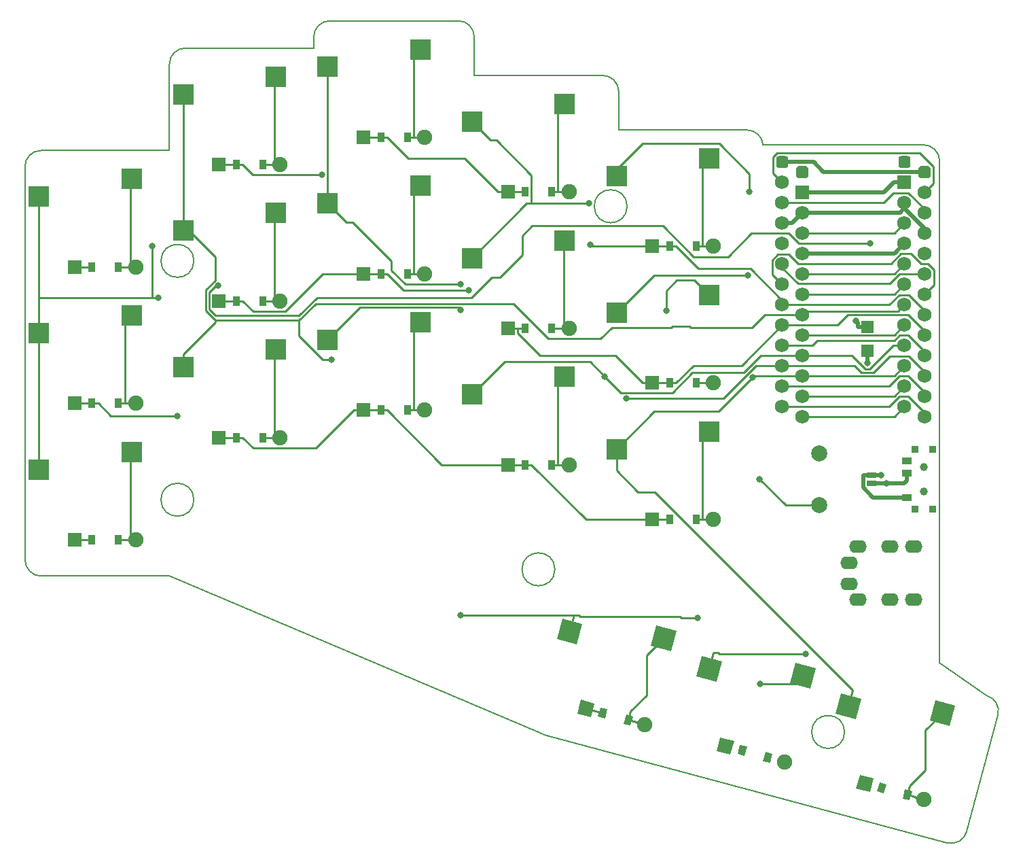
<source format=gbr>
G04 #@! TF.GenerationSoftware,KiCad,Pcbnew,5.1.5+dfsg1-2build2*
G04 #@! TF.CreationDate,2022-04-19T07:05:38+00:00*
G04 #@! TF.ProjectId,board,626f6172-642e-46b6-9963-61645f706362,v1.0.0*
G04 #@! TF.SameCoordinates,Original*
G04 #@! TF.FileFunction,Copper,L1,Top*
G04 #@! TF.FilePolarity,Positive*
%FSLAX46Y46*%
G04 Gerber Fmt 4.6, Leading zero omitted, Abs format (unit mm)*
G04 Created by KiCad (PCBNEW 5.1.5+dfsg1-2build2) date 2022-04-19 07:05:38*
%MOMM*%
%LPD*%
G04 APERTURE LIST*
G04 #@! TA.AperFunction,Profile*
%ADD10C,0.150000*%
G04 #@! TD*
G04 #@! TA.AperFunction,SMDPad,CuDef*
%ADD11R,2.600000X2.600000*%
G04 #@! TD*
G04 #@! TA.AperFunction,SMDPad,CuDef*
%ADD12R,0.900000X1.200000*%
G04 #@! TD*
G04 #@! TA.AperFunction,ComponentPad*
%ADD13C,1.905000*%
G04 #@! TD*
G04 #@! TA.AperFunction,ComponentPad*
%ADD14R,1.778000X1.778000*%
G04 #@! TD*
G04 #@! TA.AperFunction,SMDPad,CuDef*
%ADD15C,0.350000*%
G04 #@! TD*
G04 #@! TA.AperFunction,ComponentPad*
%ADD16C,0.350000*%
G04 #@! TD*
G04 #@! TA.AperFunction,ComponentPad*
%ADD17R,1.752600X1.752600*%
G04 #@! TD*
G04 #@! TA.AperFunction,ComponentPad*
%ADD18C,1.752600*%
G04 #@! TD*
G04 #@! TA.AperFunction,SMDPad,CuDef*
%ADD19R,1.500000X1.500000*%
G04 #@! TD*
G04 #@! TA.AperFunction,ComponentPad*
%ADD20O,2.200000X1.600000*%
G04 #@! TD*
G04 #@! TA.AperFunction,SMDPad,CuDef*
%ADD21R,1.143000X0.635000*%
G04 #@! TD*
G04 #@! TA.AperFunction,WasherPad*
%ADD22C,1.000000*%
G04 #@! TD*
G04 #@! TA.AperFunction,SMDPad,CuDef*
%ADD23R,1.250000X0.900000*%
G04 #@! TD*
G04 #@! TA.AperFunction,SMDPad,CuDef*
%ADD24R,0.900000X0.900000*%
G04 #@! TD*
G04 #@! TA.AperFunction,ComponentPad*
%ADD25C,2.000000*%
G04 #@! TD*
G04 #@! TA.AperFunction,ViaPad*
%ADD26C,0.800000*%
G04 #@! TD*
G04 #@! TA.AperFunction,Conductor*
%ADD27C,0.250000*%
G04 #@! TD*
G04 #@! TA.AperFunction,Conductor*
%ADD28C,0.500000*%
G04 #@! TD*
G04 APERTURE END LIST*
D10*
X10000000Y-9500000D02*
X26000000Y-9500000D01*
X8000000Y-7500000D02*
X8000000Y41500000D01*
X10000000Y-9500000D02*
G75*
G02X8000000Y-7500000I0J2000000D01*
G01*
X26000000Y43500000D02*
X10000000Y43500000D01*
X8000000Y41500000D02*
G75*
G02X10000000Y43500000I2000000J0D01*
G01*
X44000000Y56250000D02*
X28000000Y56250000D01*
X26000000Y54250000D02*
G75*
G02X28000000Y56250000I2000000J0D01*
G01*
X26000000Y54250000D02*
X26000000Y43500000D01*
X64000000Y52850000D02*
X64000000Y57650000D01*
X62000000Y59650000D02*
G75*
G02X64000000Y57650000I0J-2000000D01*
G01*
X62000000Y59650000D02*
X46000000Y59650000D01*
X44000000Y57650000D02*
G75*
G02X46000000Y59650000I2000000J0D01*
G01*
X44000000Y57650000D02*
X44000000Y56250000D01*
X82000000Y46050000D02*
X82000000Y50850000D01*
X80000000Y52850000D02*
G75*
G02X82000000Y50850000I0J-2000000D01*
G01*
X80000000Y52850000D02*
X64000000Y52850000D01*
X98000000Y46050000D02*
G75*
G02X99994367Y44200000I0J-2000000D01*
G01*
X98000000Y46050000D02*
X82000000Y46050000D01*
X72707107Y-29274745D02*
X122935250Y-42733335D01*
X72707107Y-29274745D02*
G75*
G02X72197860Y-29059141I517638J1931852D01*
G01*
X125384739Y-41319122D02*
G75*
G02X122935250Y-42733335I-1931851J517638D01*
G01*
X125384740Y-41319122D02*
X129267025Y-26830234D01*
X127852812Y-24380745D02*
G75*
G02X129267025Y-26830234I-517638J-1931851D01*
G01*
X122000000Y-20297692D02*
X127852812Y-24380745D01*
X72197860Y-29059141D02*
X26000000Y-9500000D01*
X122000000Y-20297692D02*
X122000000Y42200000D01*
X120000000Y44200000D02*
G75*
G02X122000000Y42200000I0J-2000000D01*
G01*
X120000000Y44200000D02*
X99994367Y44200000D01*
X29050000Y29750000D02*
G75*
G03X29050000Y29750000I-2050000J0D01*
G01*
X29050000Y0D02*
G75*
G03X29050000Y0I-2050000J0D01*
G01*
X83050000Y36550000D02*
G75*
G03X83050000Y36550000I-2050000J0D01*
G01*
X74050000Y-8670000D02*
G75*
G03X74050000Y-8670000I-2050000J0D01*
G01*
X110153958Y-28924179D02*
G75*
G03X110153958Y-28924179I-2050000J0D01*
G01*
D11*
G04 #@! TO.P,S1,1*
G04 #@! TO.N,pinky_bottom*
X21275000Y5950000D03*
G04 #@! TO.P,S1,2*
G04 #@! TO.N,P20*
X9725000Y3750000D03*
G04 #@! TD*
D12*
G04 #@! TO.P,D1,1*
G04 #@! TO.N,P6*
X16350000Y-5000000D03*
G04 #@! TO.P,D1,2*
G04 #@! TO.N,pinky_bottom*
X19650000Y-5000000D03*
D13*
G04 #@! TO.P,D1,1*
X21810000Y-5000000D03*
D14*
G04 #@! TO.P,D1,2*
G04 #@! TO.N,P6*
X14190000Y-5000000D03*
G04 #@! TD*
D11*
G04 #@! TO.P,S2,1*
G04 #@! TO.N,pinky_home*
X21275000Y22950000D03*
G04 #@! TO.P,S2,2*
G04 #@! TO.N,P20*
X9725000Y20750000D03*
G04 #@! TD*
D12*
G04 #@! TO.P,D2,1*
G04 #@! TO.N,P5*
X16350000Y12000000D03*
G04 #@! TO.P,D2,2*
G04 #@! TO.N,pinky_home*
X19650000Y12000000D03*
D13*
G04 #@! TO.P,D2,1*
X21810000Y12000000D03*
D14*
G04 #@! TO.P,D2,2*
G04 #@! TO.N,P5*
X14190000Y12000000D03*
G04 #@! TD*
D11*
G04 #@! TO.P,S3,1*
G04 #@! TO.N,pinky_top*
X21275000Y39950000D03*
G04 #@! TO.P,S3,2*
G04 #@! TO.N,P20*
X9725000Y37750000D03*
G04 #@! TD*
D12*
G04 #@! TO.P,D3,1*
G04 #@! TO.N,P4*
X16350000Y29000000D03*
G04 #@! TO.P,D3,2*
G04 #@! TO.N,pinky_top*
X19650000Y29000000D03*
D13*
G04 #@! TO.P,D3,1*
X21810000Y29000000D03*
D14*
G04 #@! TO.P,D3,2*
G04 #@! TO.N,P4*
X14190000Y29000000D03*
G04 #@! TD*
D11*
G04 #@! TO.P,S4,1*
G04 #@! TO.N,ring_bottom*
X39275000Y18700000D03*
G04 #@! TO.P,S4,2*
G04 #@! TO.N,P19*
X27725000Y16500000D03*
G04 #@! TD*
D12*
G04 #@! TO.P,D4,1*
G04 #@! TO.N,P6*
X34350000Y7750000D03*
G04 #@! TO.P,D4,2*
G04 #@! TO.N,ring_bottom*
X37650000Y7750000D03*
D13*
G04 #@! TO.P,D4,1*
X39810000Y7750000D03*
D14*
G04 #@! TO.P,D4,2*
G04 #@! TO.N,P6*
X32190000Y7750000D03*
G04 #@! TD*
D11*
G04 #@! TO.P,S5,1*
G04 #@! TO.N,ring_home*
X39275000Y35700000D03*
G04 #@! TO.P,S5,2*
G04 #@! TO.N,P19*
X27725000Y33500000D03*
G04 #@! TD*
D12*
G04 #@! TO.P,D5,1*
G04 #@! TO.N,P5*
X34350000Y24750000D03*
G04 #@! TO.P,D5,2*
G04 #@! TO.N,ring_home*
X37650000Y24750000D03*
D13*
G04 #@! TO.P,D5,1*
X39810000Y24750000D03*
D14*
G04 #@! TO.P,D5,2*
G04 #@! TO.N,P5*
X32190000Y24750000D03*
G04 #@! TD*
D11*
G04 #@! TO.P,S6,1*
G04 #@! TO.N,ring_top*
X39275000Y52700000D03*
G04 #@! TO.P,S6,2*
G04 #@! TO.N,P19*
X27725000Y50500000D03*
G04 #@! TD*
D12*
G04 #@! TO.P,D6,1*
G04 #@! TO.N,P4*
X34350000Y41750000D03*
G04 #@! TO.P,D6,2*
G04 #@! TO.N,ring_top*
X37650000Y41750000D03*
D13*
G04 #@! TO.P,D6,1*
X39810000Y41750000D03*
D14*
G04 #@! TO.P,D6,2*
G04 #@! TO.N,P4*
X32190000Y41750000D03*
G04 #@! TD*
D11*
G04 #@! TO.P,S7,1*
G04 #@! TO.N,middle_bottom*
X57275000Y22100000D03*
G04 #@! TO.P,S7,2*
G04 #@! TO.N,P18*
X45725000Y19900000D03*
G04 #@! TD*
D12*
G04 #@! TO.P,D7,1*
G04 #@! TO.N,P6*
X52350000Y11150000D03*
G04 #@! TO.P,D7,2*
G04 #@! TO.N,middle_bottom*
X55650000Y11150000D03*
D13*
G04 #@! TO.P,D7,1*
X57810000Y11150000D03*
D14*
G04 #@! TO.P,D7,2*
G04 #@! TO.N,P6*
X50190000Y11150000D03*
G04 #@! TD*
D11*
G04 #@! TO.P,S8,1*
G04 #@! TO.N,middle_home*
X57275000Y39100000D03*
G04 #@! TO.P,S8,2*
G04 #@! TO.N,P18*
X45725000Y36900000D03*
G04 #@! TD*
D12*
G04 #@! TO.P,D8,1*
G04 #@! TO.N,P5*
X52350000Y28150000D03*
G04 #@! TO.P,D8,2*
G04 #@! TO.N,middle_home*
X55650000Y28150000D03*
D13*
G04 #@! TO.P,D8,1*
X57810000Y28150000D03*
D14*
G04 #@! TO.P,D8,2*
G04 #@! TO.N,P5*
X50190000Y28150000D03*
G04 #@! TD*
D11*
G04 #@! TO.P,S9,1*
G04 #@! TO.N,middle_top*
X57275000Y56100000D03*
G04 #@! TO.P,S9,2*
G04 #@! TO.N,P18*
X45725000Y53900000D03*
G04 #@! TD*
D12*
G04 #@! TO.P,D9,1*
G04 #@! TO.N,P4*
X52350000Y45150000D03*
G04 #@! TO.P,D9,2*
G04 #@! TO.N,middle_top*
X55650000Y45150000D03*
D13*
G04 #@! TO.P,D9,1*
X57810000Y45150000D03*
D14*
G04 #@! TO.P,D9,2*
G04 #@! TO.N,P4*
X50190000Y45150000D03*
G04 #@! TD*
D11*
G04 #@! TO.P,S10,1*
G04 #@! TO.N,index_bottom*
X75275000Y15300000D03*
G04 #@! TO.P,S10,2*
G04 #@! TO.N,P15*
X63725000Y13100000D03*
G04 #@! TD*
D12*
G04 #@! TO.P,D10,1*
G04 #@! TO.N,P6*
X70350000Y4350000D03*
G04 #@! TO.P,D10,2*
G04 #@! TO.N,index_bottom*
X73650000Y4350000D03*
D13*
G04 #@! TO.P,D10,1*
X75810000Y4350000D03*
D14*
G04 #@! TO.P,D10,2*
G04 #@! TO.N,P6*
X68190000Y4350000D03*
G04 #@! TD*
D11*
G04 #@! TO.P,S11,1*
G04 #@! TO.N,index_home*
X75275000Y32300000D03*
G04 #@! TO.P,S11,2*
G04 #@! TO.N,P15*
X63725000Y30100000D03*
G04 #@! TD*
D12*
G04 #@! TO.P,D11,1*
G04 #@! TO.N,P5*
X70350000Y21350000D03*
G04 #@! TO.P,D11,2*
G04 #@! TO.N,index_home*
X73650000Y21350000D03*
D13*
G04 #@! TO.P,D11,1*
X75810000Y21350000D03*
D14*
G04 #@! TO.P,D11,2*
G04 #@! TO.N,P5*
X68190000Y21350000D03*
G04 #@! TD*
D11*
G04 #@! TO.P,S12,1*
G04 #@! TO.N,index_top*
X75275000Y49300000D03*
G04 #@! TO.P,S12,2*
G04 #@! TO.N,P15*
X63725000Y47100000D03*
G04 #@! TD*
D12*
G04 #@! TO.P,D12,1*
G04 #@! TO.N,P4*
X70350000Y38350000D03*
G04 #@! TO.P,D12,2*
G04 #@! TO.N,index_top*
X73650000Y38350000D03*
D13*
G04 #@! TO.P,D12,1*
X75810000Y38350000D03*
D14*
G04 #@! TO.P,D12,2*
G04 #@! TO.N,P4*
X68190000Y38350000D03*
G04 #@! TD*
D11*
G04 #@! TO.P,S13,1*
G04 #@! TO.N,inner_bottom*
X93275000Y8500000D03*
G04 #@! TO.P,S13,2*
G04 #@! TO.N,P14*
X81725000Y6300000D03*
G04 #@! TD*
D12*
G04 #@! TO.P,D13,1*
G04 #@! TO.N,P6*
X88350000Y-2450000D03*
G04 #@! TO.P,D13,2*
G04 #@! TO.N,inner_bottom*
X91650000Y-2450000D03*
D13*
G04 #@! TO.P,D13,1*
X93810000Y-2450000D03*
D14*
G04 #@! TO.P,D13,2*
G04 #@! TO.N,P6*
X86190000Y-2450000D03*
G04 #@! TD*
D11*
G04 #@! TO.P,S14,1*
G04 #@! TO.N,inner_home*
X93275000Y25500000D03*
G04 #@! TO.P,S14,2*
G04 #@! TO.N,P14*
X81725000Y23300000D03*
G04 #@! TD*
D12*
G04 #@! TO.P,D14,1*
G04 #@! TO.N,P5*
X88350000Y14550000D03*
G04 #@! TO.P,D14,2*
G04 #@! TO.N,inner_home*
X91650000Y14550000D03*
D13*
G04 #@! TO.P,D14,1*
X93810000Y14550000D03*
D14*
G04 #@! TO.P,D14,2*
G04 #@! TO.N,P5*
X86190000Y14550000D03*
G04 #@! TD*
D11*
G04 #@! TO.P,S15,1*
G04 #@! TO.N,inner_top*
X93275000Y42500000D03*
G04 #@! TO.P,S15,2*
G04 #@! TO.N,P14*
X81725000Y40300000D03*
G04 #@! TD*
D12*
G04 #@! TO.P,D15,1*
G04 #@! TO.N,P4*
X88350000Y31550000D03*
G04 #@! TO.P,D15,2*
G04 #@! TO.N,inner_top*
X91650000Y31550000D03*
D13*
G04 #@! TO.P,D15,1*
X93810000Y31550000D03*
D14*
G04 #@! TO.P,D15,2*
G04 #@! TO.N,P4*
X86190000Y31550000D03*
G04 #@! TD*
G04 #@! TA.AperFunction,SMDPad,CuDef*
D15*
G04 #@! TO.P,S16,1*
G04 #@! TO.N,near_thumb*
G36*
X86004512Y-18188613D02*
G01*
X86677441Y-15677206D01*
X89188848Y-16350135D01*
X88515919Y-18861542D01*
X86004512Y-18188613D01*
G37*
G04 #@! TD.AperFunction*
G04 #@! TA.AperFunction,SMDPad,CuDef*
G04 #@! TO.P,S16,2*
G04 #@! TO.N,P18*
G36*
X74278667Y-17324290D02*
G01*
X74951596Y-14812883D01*
X77463003Y-15485812D01*
X76790074Y-17997219D01*
X74278667Y-17324290D01*
G37*
G04 #@! TD.AperFunction*
G04 #@! TD*
G04 #@! TA.AperFunction,SMDPad,CuDef*
G04 #@! TO.P,D16,1*
G04 #@! TO.N,P7*
G36*
X79415464Y-27034637D02*
G01*
X79726047Y-25875526D01*
X80595380Y-26108463D01*
X80284797Y-27267574D01*
X79415464Y-27034637D01*
G37*
G04 #@! TD.AperFunction*
G04 #@! TA.AperFunction,SMDPad,CuDef*
G04 #@! TO.P,D16,2*
G04 #@! TO.N,near_thumb*
G36*
X82603020Y-27888737D02*
G01*
X82913603Y-26729626D01*
X83782936Y-26962563D01*
X83472353Y-28121674D01*
X82603020Y-27888737D01*
G37*
G04 #@! TD.AperFunction*
D13*
G04 #@! TO.P,D16,1*
X85279377Y-27984702D03*
G04 #@! TA.AperFunction,ComponentPad*
D16*
G04 #@! TO.P,D16,2*
G04 #@! TO.N,P7*
G36*
X76830225Y-26641116D02*
G01*
X77290405Y-24923700D01*
X79007821Y-25383880D01*
X78547641Y-27101296D01*
X76830225Y-26641116D01*
G37*
G04 #@! TD.AperFunction*
G04 #@! TD*
G04 #@! TA.AperFunction,SMDPad,CuDef*
D15*
G04 #@! TO.P,S17,1*
G04 #@! TO.N,home_thumb*
G36*
X103391212Y-22847313D02*
G01*
X104064141Y-20335906D01*
X106575548Y-21008835D01*
X105902619Y-23520242D01*
X103391212Y-22847313D01*
G37*
G04 #@! TD.AperFunction*
G04 #@! TA.AperFunction,SMDPad,CuDef*
G04 #@! TO.P,S17,2*
G04 #@! TO.N,P15*
G36*
X91665367Y-21982990D02*
G01*
X92338296Y-19471583D01*
X94849703Y-20144512D01*
X94176774Y-22655919D01*
X91665367Y-21982990D01*
G37*
G04 #@! TD.AperFunction*
G04 #@! TD*
G04 #@! TA.AperFunction,SMDPad,CuDef*
G04 #@! TO.P,D17,1*
G04 #@! TO.N,P7*
G36*
X96802164Y-31693437D02*
G01*
X97112747Y-30534326D01*
X97982080Y-30767263D01*
X97671497Y-31926374D01*
X96802164Y-31693437D01*
G37*
G04 #@! TD.AperFunction*
G04 #@! TA.AperFunction,SMDPad,CuDef*
G04 #@! TO.P,D17,2*
G04 #@! TO.N,home_thumb*
G36*
X99989720Y-32547537D02*
G01*
X100300303Y-31388426D01*
X101169636Y-31621363D01*
X100859053Y-32780474D01*
X99989720Y-32547537D01*
G37*
G04 #@! TD.AperFunction*
D13*
G04 #@! TO.P,D17,1*
X102666077Y-32643502D03*
G04 #@! TA.AperFunction,ComponentPad*
D16*
G04 #@! TO.P,D17,2*
G04 #@! TO.N,P7*
G36*
X94216925Y-31299916D02*
G01*
X94677105Y-29582500D01*
X96394521Y-30042680D01*
X95934341Y-31760096D01*
X94216925Y-31299916D01*
G37*
G04 #@! TD.AperFunction*
G04 #@! TD*
G04 #@! TA.AperFunction,SMDPad,CuDef*
D15*
G04 #@! TO.P,S18,1*
G04 #@! TO.N,far_thumb*
G36*
X120778212Y-27506113D02*
G01*
X121451141Y-24994706D01*
X123962548Y-25667635D01*
X123289619Y-28179042D01*
X120778212Y-27506113D01*
G37*
G04 #@! TD.AperFunction*
G04 #@! TA.AperFunction,SMDPad,CuDef*
G04 #@! TO.P,S18,2*
G04 #@! TO.N,P14*
G36*
X109052367Y-26641790D02*
G01*
X109725296Y-24130383D01*
X112236703Y-24803312D01*
X111563774Y-27314719D01*
X109052367Y-26641790D01*
G37*
G04 #@! TD.AperFunction*
G04 #@! TD*
G04 #@! TA.AperFunction,SMDPad,CuDef*
G04 #@! TO.P,D18,1*
G04 #@! TO.N,P7*
G36*
X114189264Y-36352137D02*
G01*
X114499847Y-35193026D01*
X115369180Y-35425963D01*
X115058597Y-36585074D01*
X114189264Y-36352137D01*
G37*
G04 #@! TD.AperFunction*
G04 #@! TA.AperFunction,SMDPad,CuDef*
G04 #@! TO.P,D18,2*
G04 #@! TO.N,far_thumb*
G36*
X117376820Y-37206237D02*
G01*
X117687403Y-36047126D01*
X118556736Y-36280063D01*
X118246153Y-37439174D01*
X117376820Y-37206237D01*
G37*
G04 #@! TD.AperFunction*
D13*
G04 #@! TO.P,D18,1*
X120053177Y-37302202D03*
G04 #@! TA.AperFunction,ComponentPad*
D16*
G04 #@! TO.P,D18,2*
G04 #@! TO.N,P7*
G36*
X111604025Y-35958616D02*
G01*
X112064205Y-34241200D01*
X113781621Y-34701380D01*
X113321441Y-36418796D01*
X111604025Y-35958616D01*
G37*
G04 #@! TD.AperFunction*
G04 #@! TD*
D17*
G04 #@! TO.P,MCU1,1*
G04 #@! TO.N,RAW*
X117620000Y39520000D03*
D18*
G04 #@! TO.P,MCU1,2*
G04 #@! TO.N,GND*
X117620000Y36980000D03*
G04 #@! TO.P,MCU1,3*
G04 #@! TO.N,RST*
X117620000Y34440000D03*
G04 #@! TO.P,MCU1,4*
G04 #@! TO.N,VCC*
X117620000Y31900000D03*
G04 #@! TO.P,MCU1,5*
G04 #@! TO.N,P21*
X117620000Y29360000D03*
G04 #@! TO.P,MCU1,6*
G04 #@! TO.N,P20*
X117620000Y26820000D03*
G04 #@! TO.P,MCU1,7*
G04 #@! TO.N,P19*
X117620000Y24280000D03*
G04 #@! TO.P,MCU1,8*
G04 #@! TO.N,P18*
X117620000Y21740000D03*
G04 #@! TO.P,MCU1,9*
G04 #@! TO.N,P15*
X117620000Y19200000D03*
G04 #@! TO.P,MCU1,10*
G04 #@! TO.N,P14*
X117620000Y16660000D03*
G04 #@! TO.P,MCU1,11*
G04 #@! TO.N,P16*
X117620000Y14120000D03*
G04 #@! TO.P,MCU1,12*
G04 #@! TO.N,P10*
X117620000Y11580000D03*
G04 #@! TO.P,MCU1,13*
G04 #@! TO.N,P1*
X102380000Y39520000D03*
G04 #@! TO.P,MCU1,14*
G04 #@! TO.N,P0*
X102380000Y36980000D03*
G04 #@! TO.P,MCU1,15*
G04 #@! TO.N,GND*
X102380000Y34440000D03*
G04 #@! TO.P,MCU1,16*
X102380000Y31900000D03*
G04 #@! TO.P,MCU1,17*
G04 #@! TO.N,P2*
X102380000Y29360000D03*
G04 #@! TO.P,MCU1,18*
G04 #@! TO.N,P3*
X102380000Y26820000D03*
G04 #@! TO.P,MCU1,19*
G04 #@! TO.N,P4*
X102380000Y24280000D03*
G04 #@! TO.P,MCU1,20*
G04 #@! TO.N,P5*
X102380000Y21740000D03*
G04 #@! TO.P,MCU1,21*
G04 #@! TO.N,P6*
X102380000Y19200000D03*
G04 #@! TO.P,MCU1,22*
G04 #@! TO.N,P7*
X102380000Y16660000D03*
G04 #@! TO.P,MCU1,23*
G04 #@! TO.N,P8*
X102380000Y14120000D03*
G04 #@! TO.P,MCU1,24*
G04 #@! TO.N,P9*
X102380000Y11580000D03*
G04 #@! TA.AperFunction,ComponentPad*
D16*
G04 #@! TO.P,MCU1,25*
G04 #@! TO.N,Bplus*
G36*
X118031756Y42808194D02*
G01*
X118068159Y42802794D01*
X118103857Y42793853D01*
X118138506Y42781455D01*
X118171774Y42765720D01*
X118203339Y42746801D01*
X118232897Y42724879D01*
X118260165Y42700165D01*
X118284879Y42672897D01*
X118306801Y42643339D01*
X118325720Y42611774D01*
X118341455Y42578506D01*
X118353853Y42543857D01*
X118362794Y42508159D01*
X118368194Y42471756D01*
X118370000Y42435000D01*
X118370000Y41685000D01*
X118368194Y41648244D01*
X118362794Y41611841D01*
X118353853Y41576143D01*
X118341455Y41541494D01*
X118325720Y41508226D01*
X118306801Y41476661D01*
X118284879Y41447103D01*
X118260165Y41419835D01*
X118232897Y41395121D01*
X118203339Y41373199D01*
X118171774Y41354280D01*
X118138506Y41338545D01*
X118103857Y41326147D01*
X118068159Y41317206D01*
X118031756Y41311806D01*
X117995000Y41310000D01*
X117245000Y41310000D01*
X117208244Y41311806D01*
X117171841Y41317206D01*
X117136143Y41326147D01*
X117101494Y41338545D01*
X117068226Y41354280D01*
X117036661Y41373199D01*
X117007103Y41395121D01*
X116979835Y41419835D01*
X116955121Y41447103D01*
X116933199Y41476661D01*
X116914280Y41508226D01*
X116898545Y41541494D01*
X116886147Y41576143D01*
X116877206Y41611841D01*
X116871806Y41648244D01*
X116870000Y41685000D01*
X116870000Y42435000D01*
X116871806Y42471756D01*
X116877206Y42508159D01*
X116886147Y42543857D01*
X116898545Y42578506D01*
X116914280Y42611774D01*
X116933199Y42643339D01*
X116955121Y42672897D01*
X116979835Y42700165D01*
X117007103Y42724879D01*
X117036661Y42746801D01*
X117068226Y42765720D01*
X117101494Y42781455D01*
X117136143Y42793853D01*
X117171841Y42802794D01*
X117208244Y42808194D01*
X117245000Y42810000D01*
X117995000Y42810000D01*
X118031756Y42808194D01*
G37*
G04 #@! TD.AperFunction*
G04 #@! TA.AperFunction,ComponentPad*
G04 #@! TO.N,Bminus*
G36*
X102791756Y42808194D02*
G01*
X102828159Y42802794D01*
X102863857Y42793853D01*
X102898506Y42781455D01*
X102931774Y42765720D01*
X102963339Y42746801D01*
X102992897Y42724879D01*
X103020165Y42700165D01*
X103044879Y42672897D01*
X103066801Y42643339D01*
X103085720Y42611774D01*
X103101455Y42578506D01*
X103113853Y42543857D01*
X103122794Y42508159D01*
X103128194Y42471756D01*
X103130000Y42435000D01*
X103130000Y41685000D01*
X103128194Y41648244D01*
X103122794Y41611841D01*
X103113853Y41576143D01*
X103101455Y41541494D01*
X103085720Y41508226D01*
X103066801Y41476661D01*
X103044879Y41447103D01*
X103020165Y41419835D01*
X102992897Y41395121D01*
X102963339Y41373199D01*
X102931774Y41354280D01*
X102898506Y41338545D01*
X102863857Y41326147D01*
X102828159Y41317206D01*
X102791756Y41311806D01*
X102755000Y41310000D01*
X102005000Y41310000D01*
X101968244Y41311806D01*
X101931841Y41317206D01*
X101896143Y41326147D01*
X101861494Y41338545D01*
X101828226Y41354280D01*
X101796661Y41373199D01*
X101767103Y41395121D01*
X101739835Y41419835D01*
X101715121Y41447103D01*
X101693199Y41476661D01*
X101674280Y41508226D01*
X101658545Y41541494D01*
X101646147Y41576143D01*
X101637206Y41611841D01*
X101631806Y41648244D01*
X101630000Y41685000D01*
X101630000Y42435000D01*
X101631806Y42471756D01*
X101637206Y42508159D01*
X101646147Y42543857D01*
X101658545Y42578506D01*
X101674280Y42611774D01*
X101693199Y42643339D01*
X101715121Y42672897D01*
X101739835Y42700165D01*
X101767103Y42724879D01*
X101796661Y42746801D01*
X101828226Y42765720D01*
X101861494Y42781455D01*
X101896143Y42793853D01*
X101931841Y42802794D01*
X101968244Y42808194D01*
X102005000Y42810000D01*
X102755000Y42810000D01*
X102791756Y42808194D01*
G37*
G04 #@! TD.AperFunction*
G04 #@! TD*
D17*
G04 #@! TO.P,MCU2,1*
G04 #@! TO.N,RAW*
X104880000Y38270000D03*
D18*
G04 #@! TO.P,MCU2,2*
G04 #@! TO.N,GND*
X104880000Y35730000D03*
G04 #@! TO.P,MCU2,3*
G04 #@! TO.N,RST*
X104880000Y33190000D03*
G04 #@! TO.P,MCU2,4*
G04 #@! TO.N,VCC*
X104880000Y30650000D03*
G04 #@! TO.P,MCU2,5*
G04 #@! TO.N,P21*
X104880000Y28110000D03*
G04 #@! TO.P,MCU2,6*
G04 #@! TO.N,P20*
X104880000Y25570000D03*
G04 #@! TO.P,MCU2,7*
G04 #@! TO.N,P19*
X104880000Y23030000D03*
G04 #@! TO.P,MCU2,8*
G04 #@! TO.N,P18*
X104880000Y20490000D03*
G04 #@! TO.P,MCU2,9*
G04 #@! TO.N,P15*
X104880000Y17950000D03*
G04 #@! TO.P,MCU2,10*
G04 #@! TO.N,P14*
X104880000Y15410000D03*
G04 #@! TO.P,MCU2,11*
G04 #@! TO.N,P16*
X104880000Y12870000D03*
G04 #@! TO.P,MCU2,12*
G04 #@! TO.N,P10*
X104880000Y10330000D03*
G04 #@! TO.P,MCU2,13*
G04 #@! TO.N,P1*
X120120000Y38270000D03*
G04 #@! TO.P,MCU2,14*
G04 #@! TO.N,P0*
X120120000Y35730000D03*
G04 #@! TO.P,MCU2,15*
G04 #@! TO.N,GND*
X120120000Y33190000D03*
G04 #@! TO.P,MCU2,16*
X120120000Y30650000D03*
G04 #@! TO.P,MCU2,17*
G04 #@! TO.N,P2*
X120120000Y28110000D03*
G04 #@! TO.P,MCU2,18*
G04 #@! TO.N,P3*
X120120000Y25570000D03*
G04 #@! TO.P,MCU2,19*
G04 #@! TO.N,P4*
X120120000Y23030000D03*
G04 #@! TO.P,MCU2,20*
G04 #@! TO.N,P5*
X120120000Y20490000D03*
G04 #@! TO.P,MCU2,21*
G04 #@! TO.N,P6*
X120120000Y17950000D03*
G04 #@! TO.P,MCU2,22*
G04 #@! TO.N,P7*
X120120000Y15410000D03*
G04 #@! TO.P,MCU2,23*
G04 #@! TO.N,P8*
X120120000Y12870000D03*
G04 #@! TO.P,MCU2,24*
G04 #@! TO.N,P9*
X120120000Y10330000D03*
G04 #@! TA.AperFunction,ComponentPad*
D16*
G04 #@! TO.P,MCU2,25*
G04 #@! TO.N,Bplus*
G36*
X105291756Y41558194D02*
G01*
X105328159Y41552794D01*
X105363857Y41543853D01*
X105398506Y41531455D01*
X105431774Y41515720D01*
X105463339Y41496801D01*
X105492897Y41474879D01*
X105520165Y41450165D01*
X105544879Y41422897D01*
X105566801Y41393339D01*
X105585720Y41361774D01*
X105601455Y41328506D01*
X105613853Y41293857D01*
X105622794Y41258159D01*
X105628194Y41221756D01*
X105630000Y41185000D01*
X105630000Y40435000D01*
X105628194Y40398244D01*
X105622794Y40361841D01*
X105613853Y40326143D01*
X105601455Y40291494D01*
X105585720Y40258226D01*
X105566801Y40226661D01*
X105544879Y40197103D01*
X105520165Y40169835D01*
X105492897Y40145121D01*
X105463339Y40123199D01*
X105431774Y40104280D01*
X105398506Y40088545D01*
X105363857Y40076147D01*
X105328159Y40067206D01*
X105291756Y40061806D01*
X105255000Y40060000D01*
X104505000Y40060000D01*
X104468244Y40061806D01*
X104431841Y40067206D01*
X104396143Y40076147D01*
X104361494Y40088545D01*
X104328226Y40104280D01*
X104296661Y40123199D01*
X104267103Y40145121D01*
X104239835Y40169835D01*
X104215121Y40197103D01*
X104193199Y40226661D01*
X104174280Y40258226D01*
X104158545Y40291494D01*
X104146147Y40326143D01*
X104137206Y40361841D01*
X104131806Y40398244D01*
X104130000Y40435000D01*
X104130000Y41185000D01*
X104131806Y41221756D01*
X104137206Y41258159D01*
X104146147Y41293857D01*
X104158545Y41328506D01*
X104174280Y41361774D01*
X104193199Y41393339D01*
X104215121Y41422897D01*
X104239835Y41450165D01*
X104267103Y41474879D01*
X104296661Y41496801D01*
X104328226Y41515720D01*
X104361494Y41531455D01*
X104396143Y41543853D01*
X104431841Y41552794D01*
X104468244Y41558194D01*
X104505000Y41560000D01*
X105255000Y41560000D01*
X105291756Y41558194D01*
G37*
G04 #@! TD.AperFunction*
G04 #@! TA.AperFunction,ComponentPad*
G04 #@! TO.N,Bminus*
G36*
X120531756Y41558194D02*
G01*
X120568159Y41552794D01*
X120603857Y41543853D01*
X120638506Y41531455D01*
X120671774Y41515720D01*
X120703339Y41496801D01*
X120732897Y41474879D01*
X120760165Y41450165D01*
X120784879Y41422897D01*
X120806801Y41393339D01*
X120825720Y41361774D01*
X120841455Y41328506D01*
X120853853Y41293857D01*
X120862794Y41258159D01*
X120868194Y41221756D01*
X120870000Y41185000D01*
X120870000Y40435000D01*
X120868194Y40398244D01*
X120862794Y40361841D01*
X120853853Y40326143D01*
X120841455Y40291494D01*
X120825720Y40258226D01*
X120806801Y40226661D01*
X120784879Y40197103D01*
X120760165Y40169835D01*
X120732897Y40145121D01*
X120703339Y40123199D01*
X120671774Y40104280D01*
X120638506Y40088545D01*
X120603857Y40076147D01*
X120568159Y40067206D01*
X120531756Y40061806D01*
X120495000Y40060000D01*
X119745000Y40060000D01*
X119708244Y40061806D01*
X119671841Y40067206D01*
X119636143Y40076147D01*
X119601494Y40088545D01*
X119568226Y40104280D01*
X119536661Y40123199D01*
X119507103Y40145121D01*
X119479835Y40169835D01*
X119455121Y40197103D01*
X119433199Y40226661D01*
X119414280Y40258226D01*
X119398545Y40291494D01*
X119386147Y40326143D01*
X119377206Y40361841D01*
X119371806Y40398244D01*
X119370000Y40435000D01*
X119370000Y41185000D01*
X119371806Y41221756D01*
X119377206Y41258159D01*
X119386147Y41293857D01*
X119398545Y41328506D01*
X119414280Y41361774D01*
X119433199Y41393339D01*
X119455121Y41422897D01*
X119479835Y41450165D01*
X119507103Y41474879D01*
X119536661Y41496801D01*
X119568226Y41515720D01*
X119601494Y41531455D01*
X119636143Y41543853D01*
X119671841Y41552794D01*
X119708244Y41558194D01*
X119745000Y41560000D01*
X120495000Y41560000D01*
X120531756Y41558194D01*
G37*
G04 #@! TD.AperFunction*
G04 #@! TD*
D19*
G04 #@! TO.P,PAD1,1*
G04 #@! TO.N,Braw*
X113000000Y18550000D03*
G04 #@! TD*
G04 #@! TO.P,PAD2,1*
G04 #@! TO.N,Bminus*
X113000000Y21550000D03*
G04 #@! TD*
D20*
G04 #@! TO.P,TRRS1,1*
G04 #@! TO.N,N/C*
X110700000Y-7850000D03*
G04 #@! TO.P,TRRS1,2*
G04 #@! TO.N,VCC*
X111800000Y-12450000D03*
G04 #@! TO.P,TRRS1,3*
G04 #@! TO.N,GND*
X115800000Y-12450000D03*
G04 #@! TO.P,TRRS1,4*
G04 #@! TO.N,P0*
X118800000Y-12450000D03*
G04 #@! TD*
G04 #@! TO.P,TRRS2,1*
G04 #@! TO.N,N/C*
X110700000Y-10450000D03*
G04 #@! TO.P,TRRS2,2*
G04 #@! TO.N,VCC*
X111800000Y-5850000D03*
G04 #@! TO.P,TRRS2,3*
G04 #@! TO.N,GND*
X115800000Y-5850000D03*
G04 #@! TO.P,TRRS2,4*
G04 #@! TO.N,P0*
X118800000Y-5850000D03*
G04 #@! TD*
D21*
G04 #@! TO.P,J2,1*
G04 #@! TO.N,Braw*
X113500000Y3050380D03*
G04 #@! TO.P,J2,2*
G04 #@! TO.N,Bplus*
X113500000Y2049620D03*
G04 #@! TD*
D22*
G04 #@! TO.P,T1,*
G04 #@! TO.N,*
X120000000Y1050000D03*
X120000000Y4050000D03*
D23*
G04 #@! TO.P,T1,1*
G04 #@! TO.N,Braw*
X117925000Y300000D03*
G04 #@! TO.P,T1,2*
G04 #@! TO.N,Bplus*
X117925000Y3300000D03*
G04 #@! TO.P,T1,3*
G04 #@! TO.N,N/C*
X117925000Y4800000D03*
D24*
G04 #@! TO.P,T1,*
G04 #@! TO.N,*
X121100000Y-1150000D03*
X118900000Y-1150000D03*
X118900000Y6250000D03*
X121100000Y6250000D03*
G04 #@! TD*
D22*
G04 #@! TO.P,T2,*
G04 #@! TO.N,*
X120000000Y1050000D03*
X120000000Y4050000D03*
G04 #@! TD*
D25*
G04 #@! TO.P,B1,2*
G04 #@! TO.N,GND*
X107000000Y5800000D03*
G04 #@! TO.P,B1,1*
G04 #@! TO.N,RST*
X107000000Y-700000D03*
G04 #@! TD*
D26*
G04 #@! TO.N,P20*
X23886900Y31579800D03*
X32071300Y26645100D03*
X113327500Y31920000D03*
X24608200Y25180500D03*
G04 #@! TO.N,P5*
X26951300Y10399200D03*
X63286400Y26105600D03*
G04 #@! TO.N,P4*
X45000000Y40461600D03*
X78491600Y31782100D03*
G04 #@! TO.N,P19*
X46202000Y17460800D03*
G04 #@! TO.N,P18*
X62275000Y23664900D03*
X62275000Y-14414400D03*
X62275000Y26842500D03*
X91856900Y-14715200D03*
G04 #@! TO.N,P15*
X80275000Y15360800D03*
X78329800Y36908600D03*
X105273100Y-19235600D03*
G04 #@! TO.N,P14*
X98130900Y27984400D03*
X98740200Y15290000D03*
X98275000Y38395400D03*
G04 #@! TO.N,inner_home*
X87921700Y23567400D03*
G04 #@! TO.N,P7*
X82918700Y12602000D03*
G04 #@! TO.N,home_thumb*
X99608900Y-22905800D03*
G04 #@! TO.N,RST*
X99571000Y2568100D03*
G04 #@! TO.N,Bplus*
X115350000Y2049600D03*
G04 #@! TO.N,Bminus*
X111594800Y22243800D03*
G04 #@! TO.N,Braw*
X114698600Y3050400D03*
X113001800Y17060800D03*
G04 #@! TD*
D27*
G04 #@! TO.N,pinky_bottom*
X21159300Y-5000000D02*
X19650000Y-5000000D01*
X21810000Y-5000000D02*
X21159300Y-5000000D01*
X21159300Y-5000000D02*
X21159300Y5834300D01*
X21159300Y5834300D02*
X21275000Y5950000D01*
G04 #@! TO.N,P20*
X23886900Y25180500D02*
X24608200Y25180500D01*
X9725000Y25180500D02*
X23886900Y25180500D01*
X23886900Y25180500D02*
X23886900Y31579800D01*
X32071300Y26645100D02*
X31815400Y26645100D01*
X31815400Y26645100D02*
X30975600Y25805300D01*
X30975600Y25805300D02*
X30975600Y23701800D01*
X30975600Y23701800D02*
X31739000Y22938400D01*
X31739000Y22938400D02*
X42152900Y22938400D01*
X42152900Y22938400D02*
X44388200Y25173700D01*
X44388200Y25173700D02*
X63612200Y25173700D01*
X63612200Y25173700D02*
X66147300Y27708800D01*
X66147300Y27708800D02*
X67204700Y27708800D01*
X67204700Y27708800D02*
X69956200Y30460300D01*
X69956200Y30460300D02*
X69956200Y32893200D01*
X69956200Y32893200D02*
X71188400Y34125400D01*
X71188400Y34125400D02*
X87505900Y34125400D01*
X87505900Y34125400D02*
X91359200Y30272100D01*
X91359200Y30272100D02*
X95629500Y30272100D01*
X95629500Y30272100D02*
X98527400Y33170000D01*
X98527400Y33170000D02*
X103169100Y33170000D01*
X103169100Y33170000D02*
X104419100Y31920000D01*
X104419100Y31920000D02*
X113327500Y31920000D01*
X9725000Y25180500D02*
X9725000Y20750000D01*
X9725000Y37750000D02*
X9725000Y25180500D01*
X9725000Y20750000D02*
X9725000Y3750000D01*
X104880000Y25570000D02*
X116370000Y25570000D01*
X116370000Y25570000D02*
X117620000Y26820000D01*
G04 #@! TO.N,P6*
X50190000Y11150000D02*
X48975700Y11150000D01*
X48975700Y11150000D02*
X44229900Y6404200D01*
X44229900Y6404200D02*
X36471100Y6404200D01*
X36471100Y6404200D02*
X35125300Y7750000D01*
X52350000Y11150000D02*
X50190000Y11150000D01*
X34350000Y7750000D02*
X35125300Y7750000D01*
X14190000Y-5000000D02*
X16350000Y-5000000D01*
X32190000Y7750000D02*
X34350000Y7750000D01*
X52350000Y11150000D02*
X53125300Y11150000D01*
X68190000Y4350000D02*
X59925300Y4350000D01*
X59925300Y4350000D02*
X53125300Y11150000D01*
X70350000Y4350000D02*
X68190000Y4350000D01*
X70350000Y4350000D02*
X71125300Y4350000D01*
X86190000Y-2450000D02*
X77925300Y-2450000D01*
X77925300Y-2450000D02*
X71125300Y4350000D01*
X88350000Y-2450000D02*
X86190000Y-2450000D01*
X102380000Y19200000D02*
X106130000Y19200000D01*
X106130000Y19200000D02*
X106782000Y19852000D01*
X106782000Y19852000D02*
X116368900Y19852000D01*
X116368900Y19852000D02*
X116986900Y20470000D01*
X116986900Y20470000D02*
X118081000Y20470000D01*
X118081000Y20470000D02*
X120120000Y18431000D01*
X120120000Y18431000D02*
X120120000Y17950000D01*
G04 #@! TO.N,pinky_home*
X21810000Y12000000D02*
X20425300Y12000000D01*
X19650000Y12000000D02*
X20425300Y12000000D01*
X21275000Y22950000D02*
X20425300Y22100300D01*
X20425300Y22100300D02*
X20425300Y12000000D01*
G04 #@! TO.N,P5*
X53125300Y28150000D02*
X55169700Y26105600D01*
X55169700Y26105600D02*
X63286400Y26105600D01*
X50190000Y28150000D02*
X45122500Y28150000D01*
X45122500Y28150000D02*
X40408900Y23436400D01*
X40408900Y23436400D02*
X36438900Y23436400D01*
X36438900Y23436400D02*
X35125300Y24750000D01*
X16350000Y12000000D02*
X17125300Y12000000D01*
X26951300Y10399200D02*
X18726100Y10399200D01*
X18726100Y10399200D02*
X17125300Y12000000D01*
X34350000Y24750000D02*
X35125300Y24750000D01*
X52350000Y28150000D02*
X50190000Y28150000D01*
X102380000Y21740000D02*
X97362900Y16722900D01*
X97362900Y16722900D02*
X91298100Y16722900D01*
X91298100Y16722900D02*
X91298100Y16722800D01*
X91298100Y16722800D02*
X89125300Y14550000D01*
X52350000Y28150000D02*
X53125300Y28150000D01*
X84975700Y14550000D02*
X81565400Y17960300D01*
X81565400Y17960300D02*
X72186900Y17960300D01*
X72186900Y17960300D02*
X69404300Y20742900D01*
X69404300Y20742900D02*
X69404300Y21350000D01*
X14190000Y12000000D02*
X16350000Y12000000D01*
X32190000Y24750000D02*
X34350000Y24750000D01*
X86190000Y14550000D02*
X84975700Y14550000D01*
X70350000Y21350000D02*
X69404300Y21350000D01*
X68190000Y21350000D02*
X69404300Y21350000D01*
X102380000Y21740000D02*
X109250600Y21740000D01*
X109250600Y21740000D02*
X110540600Y23030000D01*
X110540600Y23030000D02*
X118061000Y23030000D01*
X118061000Y23030000D02*
X120120000Y20971000D01*
X120120000Y20971000D02*
X120120000Y20490000D01*
X86190000Y14550000D02*
X88350000Y14550000D01*
X88350000Y14550000D02*
X89125300Y14550000D01*
G04 #@! TO.N,pinky_top*
X21159300Y29000000D02*
X19650000Y29000000D01*
X21810000Y29000000D02*
X21159300Y29000000D01*
X21159300Y29000000D02*
X21159300Y39834300D01*
X21159300Y39834300D02*
X21275000Y39950000D01*
G04 #@! TO.N,P4*
X35125300Y41750000D02*
X36413700Y40461600D01*
X36413700Y40461600D02*
X45000000Y40461600D01*
X34350000Y41750000D02*
X35125300Y41750000D01*
X102380000Y24280000D02*
X102380000Y24811900D01*
X102380000Y24811900D02*
X98418800Y28773100D01*
X98418800Y28773100D02*
X91902200Y28773100D01*
X91902200Y28773100D02*
X89125300Y31550000D01*
X86190000Y31550000D02*
X78723700Y31550000D01*
X78723700Y31550000D02*
X78491600Y31782100D01*
X88350000Y31550000D02*
X86190000Y31550000D01*
X102380000Y24280000D02*
X115716900Y24280000D01*
X115716900Y24280000D02*
X116950600Y25513700D01*
X116950600Y25513700D02*
X118164600Y25513700D01*
X118164600Y25513700D02*
X120120000Y23558300D01*
X120120000Y23558300D02*
X120120000Y23030000D01*
X14190000Y29000000D02*
X16350000Y29000000D01*
X32190000Y41750000D02*
X34350000Y41750000D01*
X52350000Y45150000D02*
X50190000Y45150000D01*
X52350000Y45150000D02*
X53125300Y45150000D01*
X68190000Y38350000D02*
X66975700Y38350000D01*
X66975700Y38350000D02*
X62805400Y42520300D01*
X62805400Y42520300D02*
X55755000Y42520300D01*
X55755000Y42520300D02*
X53125300Y45150000D01*
X70350000Y38350000D02*
X68190000Y38350000D01*
X88350000Y31550000D02*
X89125300Y31550000D01*
G04 #@! TO.N,ring_bottom*
X39275000Y18700000D02*
X39121100Y18546100D01*
X39121100Y18546100D02*
X39121100Y8438900D01*
X39121100Y8438900D02*
X39810000Y7750000D01*
X39810000Y7750000D02*
X37650000Y7750000D01*
G04 #@! TO.N,P19*
X42179200Y22319400D02*
X42179200Y20385700D01*
X42179200Y20385700D02*
X45104100Y17460800D01*
X45104100Y17460800D02*
X46202000Y17460800D01*
X42179200Y22319400D02*
X44252400Y24392600D01*
X44252400Y24392600D02*
X68893600Y24392600D01*
X68893600Y24392600D02*
X73220500Y20065700D01*
X73220500Y20065700D02*
X79772100Y20065700D01*
X79772100Y20065700D02*
X81164100Y21457700D01*
X81164100Y21457700D02*
X88514900Y21457700D01*
X88514900Y21457700D02*
X88673200Y21616000D01*
X88673200Y21616000D02*
X90818900Y21616000D01*
X90818900Y21616000D02*
X91018900Y21416000D01*
X91018900Y21416000D02*
X98583000Y21416000D01*
X98583000Y21416000D02*
X100197000Y23030000D01*
X100197000Y23030000D02*
X104880000Y23030000D01*
X31721100Y22319400D02*
X42179200Y22319400D01*
X27725000Y33500000D02*
X28418500Y33500000D01*
X28418500Y33500000D02*
X31687000Y30231500D01*
X31687000Y30231500D02*
X31687000Y27312700D01*
X31687000Y27312700D02*
X30525300Y26151000D01*
X30525300Y26151000D02*
X30525300Y23515200D01*
X30525300Y23515200D02*
X31721100Y22319400D01*
X27725000Y18125300D02*
X31721100Y22121400D01*
X31721100Y22121400D02*
X31721100Y22319400D01*
X27725000Y16500000D02*
X27725000Y18125300D01*
X27725000Y50500000D02*
X27725000Y33500000D01*
X117620000Y24280000D02*
X116820300Y23480300D01*
X116820300Y23480300D02*
X105330300Y23480300D01*
X105330300Y23480300D02*
X104880000Y23030000D01*
G04 #@! TO.N,ring_home*
X39275000Y35700000D02*
X39121100Y35546100D01*
X39121100Y35546100D02*
X39121100Y25438900D01*
X39121100Y25438900D02*
X39810000Y24750000D01*
X39810000Y24750000D02*
X37650000Y24750000D01*
G04 #@! TO.N,ring_top*
X39121100Y41750000D02*
X37650000Y41750000D01*
X39810000Y41750000D02*
X39121100Y41750000D01*
X39275000Y52700000D02*
X39121100Y52546100D01*
X39121100Y52546100D02*
X39121100Y41750000D01*
G04 #@! TO.N,middle_bottom*
X57810000Y11150000D02*
X56425300Y11150000D01*
X55650000Y11150000D02*
X56425300Y11150000D01*
X57275000Y22100000D02*
X56425300Y21250300D01*
X56425300Y21250300D02*
X56425300Y11150000D01*
G04 #@! TO.N,P18*
X45725000Y19900000D02*
X49767300Y23942300D01*
X49767300Y23942300D02*
X61997600Y23942300D01*
X61997600Y23942300D02*
X62275000Y23664900D01*
X76404200Y-14414400D02*
X62275000Y-14414400D01*
X91856900Y-14715200D02*
X89799900Y-14715200D01*
X89799900Y-14715200D02*
X89659600Y-14574900D01*
X89659600Y-14574900D02*
X77180600Y-14574900D01*
X77180600Y-14574900D02*
X77020100Y-14414400D01*
X77020100Y-14414400D02*
X76404200Y-14414400D01*
X45725000Y53900000D02*
X45725000Y52274700D01*
X45725000Y36900000D02*
X45725000Y38525300D01*
X45725000Y38525300D02*
X45725300Y38525600D01*
X45725300Y38525600D02*
X45725300Y52274400D01*
X45725300Y52274400D02*
X45725000Y52274700D01*
X45725000Y36900000D02*
X48036100Y34588900D01*
X48036100Y34588900D02*
X48818300Y34588900D01*
X48818300Y34588900D02*
X53684900Y29722300D01*
X53684900Y29722300D02*
X53684900Y28552300D01*
X53684900Y28552300D02*
X55394700Y26842500D01*
X55394700Y26842500D02*
X62275000Y26842500D01*
X75870800Y-16405100D02*
X76404200Y-14414400D01*
X104880000Y20490000D02*
X104895400Y20474600D01*
X104895400Y20474600D02*
X116354600Y20474600D01*
X116354600Y20474600D02*
X117620000Y21740000D01*
G04 #@! TO.N,middle_home*
X57810000Y28150000D02*
X56425300Y28150000D01*
X55650000Y28150000D02*
X56425300Y28150000D01*
X57275000Y39100000D02*
X56425300Y38250300D01*
X56425300Y38250300D02*
X56425300Y28150000D01*
G04 #@! TO.N,middle_top*
X57810000Y45150000D02*
X56425300Y45150000D01*
X55650000Y45150000D02*
X56425300Y45150000D01*
X57275000Y56100000D02*
X56425300Y55250300D01*
X56425300Y55250300D02*
X56425300Y45150000D01*
G04 #@! TO.N,index_bottom*
X75810000Y4350000D02*
X74425300Y4350000D01*
X73650000Y4350000D02*
X74425300Y4350000D01*
X75275000Y15300000D02*
X74425300Y14450300D01*
X74425300Y14450300D02*
X74425300Y4350000D01*
G04 #@! TO.N,P15*
X71125400Y36908600D02*
X78329800Y36908600D01*
X104880000Y17950000D02*
X99736600Y17950000D01*
X99736600Y17950000D02*
X97614500Y15827900D01*
X97614500Y15827900D02*
X91199500Y15827900D01*
X91199500Y15827900D02*
X88707200Y13335600D01*
X88707200Y13335600D02*
X82300200Y13335600D01*
X82300200Y13335600D02*
X80275000Y15360800D01*
X80275000Y15360800D02*
X78474200Y17161600D01*
X78474200Y17161600D02*
X67786600Y17161600D01*
X67786600Y17161600D02*
X63725000Y13100000D01*
X63725000Y30100000D02*
X70533600Y36908600D01*
X70533600Y36908600D02*
X71125400Y36908600D01*
X63725000Y47100000D02*
X66036100Y44788900D01*
X66036100Y44788900D02*
X66740700Y44788900D01*
X66740700Y44788900D02*
X71125400Y40404200D01*
X71125400Y40404200D02*
X71125400Y36908600D01*
X93790900Y-19073100D02*
X94406800Y-19073100D01*
X94406800Y-19073100D02*
X94569300Y-19235600D01*
X94569300Y-19235600D02*
X105273100Y-19235600D01*
X93257500Y-21063800D02*
X93790900Y-19073100D01*
X117620000Y19200000D02*
X116196700Y19200000D01*
X116196700Y19200000D02*
X113292700Y16296000D01*
X113292700Y16296000D02*
X112713000Y16296000D01*
X112713000Y16296000D02*
X111059000Y17950000D01*
X111059000Y17950000D02*
X104880000Y17950000D01*
G04 #@! TO.N,index_home*
X75275000Y32300000D02*
X75161600Y32186600D01*
X75161600Y32186600D02*
X75161600Y21998400D01*
X75161600Y21998400D02*
X75810000Y21350000D01*
X75810000Y21350000D02*
X73650000Y21350000D01*
G04 #@! TO.N,index_top*
X75810000Y38350000D02*
X74425300Y38350000D01*
X73650000Y38350000D02*
X74425300Y38350000D01*
X75275000Y49300000D02*
X74425300Y48450300D01*
X74425300Y48450300D02*
X74425300Y38350000D01*
G04 #@! TO.N,inner_bottom*
X93810000Y-2450000D02*
X92425300Y-2450000D01*
X91650000Y-2450000D02*
X92425300Y-2450000D01*
X93275000Y8500000D02*
X92425300Y7650300D01*
X92425300Y7650300D02*
X92425300Y-2450000D01*
G04 #@! TO.N,P14*
X81725000Y6300000D02*
X86435200Y11010200D01*
X86435200Y11010200D02*
X94460400Y11010200D01*
X94460400Y11010200D02*
X98740200Y15290000D01*
X98130900Y27984400D02*
X86409400Y27984400D01*
X86409400Y27984400D02*
X81725000Y23300000D01*
X104880000Y15410000D02*
X98860200Y15410000D01*
X98860200Y15410000D02*
X98740200Y15290000D01*
X111177900Y-23731900D02*
X111153600Y-23731900D01*
X111153600Y-23731900D02*
X86473500Y948200D01*
X86473500Y948200D02*
X84409000Y948200D01*
X84409000Y948200D02*
X81725000Y3632200D01*
X81725000Y3632200D02*
X81725000Y6300000D01*
X80912400Y40300000D02*
X84945300Y44332900D01*
X84945300Y44332900D02*
X94513100Y44332900D01*
X94513100Y44332900D02*
X98275000Y40571000D01*
X98275000Y40571000D02*
X98275000Y38395400D01*
X81725000Y40300000D02*
X80912400Y40300000D01*
X110644500Y-25722600D02*
X111177900Y-23731900D01*
X104880000Y15410000D02*
X104894600Y15395400D01*
X104894600Y15395400D02*
X116355400Y15395400D01*
X116355400Y15395400D02*
X117620000Y16660000D01*
G04 #@! TO.N,inner_home*
X93275000Y25500000D02*
X91431800Y27343200D01*
X91431800Y27343200D02*
X89236100Y27343200D01*
X89236100Y27343200D02*
X87921700Y26028800D01*
X87921700Y26028800D02*
X87921700Y23567400D01*
X93810000Y14550000D02*
X91650000Y14550000D01*
G04 #@! TO.N,inner_top*
X93810000Y31550000D02*
X92425300Y31550000D01*
X91650000Y31550000D02*
X92425300Y31550000D01*
X93275000Y42500000D02*
X92425300Y41650300D01*
X92425300Y41650300D02*
X92425300Y31550000D01*
G04 #@! TO.N,near_thumb*
X83193000Y-27425700D02*
X83486300Y-26331100D01*
X87596700Y-17269400D02*
X85450000Y-19416100D01*
X85450000Y-19416100D02*
X85450000Y-24367400D01*
X85450000Y-24367400D02*
X83486300Y-26331100D01*
X83193000Y-27425700D02*
X84181400Y-27690500D01*
X85279400Y-27984700D02*
X84475500Y-27984700D01*
X84475500Y-27984700D02*
X84181400Y-27690600D01*
X84181400Y-27690600D02*
X84181400Y-27690500D01*
G04 #@! TO.N,P7*
X82918700Y12602000D02*
X95025500Y12602000D01*
X95025500Y12602000D02*
X99083500Y16660000D01*
X99083500Y16660000D02*
X102380000Y16660000D01*
X77919000Y-26012500D02*
X79406300Y-26411000D01*
X79406300Y-26411000D02*
X79844900Y-26411000D01*
X79844900Y-26411000D02*
X80005400Y-26571500D01*
X102380000Y16660000D02*
X111393800Y16660000D01*
X111393800Y16660000D02*
X112208100Y15845700D01*
X112208100Y15845700D02*
X113743800Y15845700D01*
X113743800Y15845700D02*
X115776900Y17878800D01*
X115776900Y17878800D02*
X118132100Y17878800D01*
X118132100Y17878800D02*
X120120000Y15890900D01*
X120120000Y15890900D02*
X120120000Y15410000D01*
G04 #@! TO.N,home_thumb*
X104983400Y-21928100D02*
X104005700Y-22905800D01*
X104005700Y-22905800D02*
X99608900Y-22905800D01*
G04 #@! TO.N,far_thumb*
X117966800Y-36743200D02*
X118260100Y-35648600D01*
X122370400Y-26586900D02*
X120223700Y-28733600D01*
X120223700Y-28733600D02*
X120223700Y-33685000D01*
X120223700Y-33685000D02*
X118260100Y-35648600D01*
X117966800Y-36743200D02*
X118955200Y-37008000D01*
X120053200Y-37302200D02*
X119249300Y-37302200D01*
X119249300Y-37302200D02*
X118955200Y-37008100D01*
X118955200Y-37008100D02*
X118955200Y-37008000D01*
D28*
G04 #@! TO.N,RAW*
X117620000Y39520000D02*
X116293400Y39520000D01*
X104880000Y38270000D02*
X115043400Y38270000D01*
X115043400Y38270000D02*
X116293400Y39520000D01*
G04 #@! TO.N,GND*
X104880000Y35730000D02*
X117033800Y35730000D01*
X117033800Y35730000D02*
X117620000Y36316200D01*
X102380000Y34440000D02*
X103590000Y34440000D01*
X103590000Y34440000D02*
X104880000Y35730000D01*
X117620000Y36316200D02*
X117620000Y36980000D01*
X120120000Y33190000D02*
X120120000Y33816200D01*
X120120000Y33816200D02*
X117620000Y36316200D01*
D27*
G04 #@! TO.N,RST*
X107000000Y-700000D02*
X102839100Y-700000D01*
X102839100Y-700000D02*
X99571000Y2568100D01*
X104880000Y33190000D02*
X116370000Y33190000D01*
X116370000Y33190000D02*
X117620000Y34440000D01*
D28*
G04 #@! TO.N,VCC*
X104880000Y30650000D02*
X116370000Y30650000D01*
X116370000Y30650000D02*
X117620000Y31900000D01*
D27*
G04 #@! TO.N,P21*
X104880000Y28110000D02*
X116370000Y28110000D01*
X116370000Y28110000D02*
X117620000Y29360000D01*
G04 #@! TO.N,P16*
X117620000Y14120000D02*
X116370000Y12870000D01*
X116370000Y12870000D02*
X104880000Y12870000D01*
G04 #@! TO.N,P10*
X104880000Y10330000D02*
X116370000Y10330000D01*
X116370000Y10330000D02*
X117620000Y11580000D01*
G04 #@! TO.N,P1*
X102380000Y39520000D02*
X101250800Y40649200D01*
X101250800Y40649200D02*
X101250800Y42712100D01*
X101250800Y42712100D02*
X101725200Y43186500D01*
X101725200Y43186500D02*
X119541500Y43186500D01*
X119541500Y43186500D02*
X121217400Y41510600D01*
X121217400Y41510600D02*
X121217400Y39367400D01*
X121217400Y39367400D02*
X120120000Y38270000D01*
G04 #@! TO.N,P0*
X102380000Y36980000D02*
X115018600Y36980000D01*
X115018600Y36980000D02*
X116244600Y38206000D01*
X116244600Y38206000D02*
X118125000Y38206000D01*
X118125000Y38206000D02*
X120120000Y36211000D01*
X120120000Y36211000D02*
X120120000Y35730000D01*
G04 #@! TO.N,P2*
X102380000Y29360000D02*
X102380000Y28891200D01*
X102380000Y28891200D02*
X104370000Y26901200D01*
X104370000Y26901200D02*
X115798100Y26901200D01*
X115798100Y26901200D02*
X117006900Y28110000D01*
X117006900Y28110000D02*
X120120000Y28110000D01*
G04 #@! TO.N,P3*
X120120000Y25570000D02*
X121331800Y26781800D01*
X121331800Y26781800D02*
X121331800Y28622700D01*
X121331800Y28622700D02*
X120574500Y29380000D01*
X120574500Y29380000D02*
X119659100Y29380000D01*
X119659100Y29380000D02*
X118422000Y30617100D01*
X118422000Y30617100D02*
X117164200Y30617100D01*
X117164200Y30617100D02*
X115977700Y29430600D01*
X115977700Y29430600D02*
X104368500Y29430600D01*
X104368500Y29430600D02*
X103224300Y30574800D01*
X103224300Y30574800D02*
X101873000Y30574800D01*
X101873000Y30574800D02*
X101145600Y29847400D01*
X101145600Y29847400D02*
X101145600Y28054400D01*
X101145600Y28054400D02*
X102380000Y26820000D01*
G04 #@! TO.N,P8*
X102380000Y14120000D02*
X115716900Y14120000D01*
X115716900Y14120000D02*
X116986900Y15390000D01*
X116986900Y15390000D02*
X118081000Y15390000D01*
X118081000Y15390000D02*
X120120000Y13351000D01*
X120120000Y13351000D02*
X120120000Y12870000D01*
G04 #@! TO.N,P9*
X102380000Y11580000D02*
X115716900Y11580000D01*
X115716900Y11580000D02*
X116986900Y12850000D01*
X116986900Y12850000D02*
X118081000Y12850000D01*
X118081000Y12850000D02*
X120120000Y10811000D01*
X120120000Y10811000D02*
X120120000Y10330000D01*
D28*
G04 #@! TO.N,Bplus*
X115350000Y2049600D02*
X113500000Y2049600D01*
X117925000Y2399700D02*
X117574900Y2049600D01*
X117574900Y2049600D02*
X115350000Y2049600D01*
X117925000Y3300000D02*
X117925000Y2399700D01*
G04 #@! TO.N,Bminus*
X120120000Y40810000D02*
X120077500Y40852500D01*
X120077500Y40852500D02*
X107546900Y40852500D01*
X107546900Y40852500D02*
X106339400Y42060000D01*
X106339400Y42060000D02*
X102380000Y42060000D01*
X113000000Y21550000D02*
X111799700Y21550000D01*
X111799700Y21550000D02*
X111799700Y22038900D01*
X111799700Y22038900D02*
X111594800Y22243800D01*
G04 #@! TO.N,Braw*
X114521800Y3050400D02*
X114698600Y3050400D01*
X113500000Y3050400D02*
X114521800Y3050400D01*
X113001800Y17060800D02*
X113000000Y17062600D01*
X113000000Y17062600D02*
X113000000Y17349700D01*
X113000000Y18550000D02*
X113000000Y17349700D01*
X113500000Y3050400D02*
X112478200Y3050400D01*
X117925000Y300000D02*
X113721000Y300000D01*
X113721000Y300000D02*
X112478200Y1542800D01*
X112478200Y1542800D02*
X112478200Y3050400D01*
G04 #@! TD*
M02*

</source>
